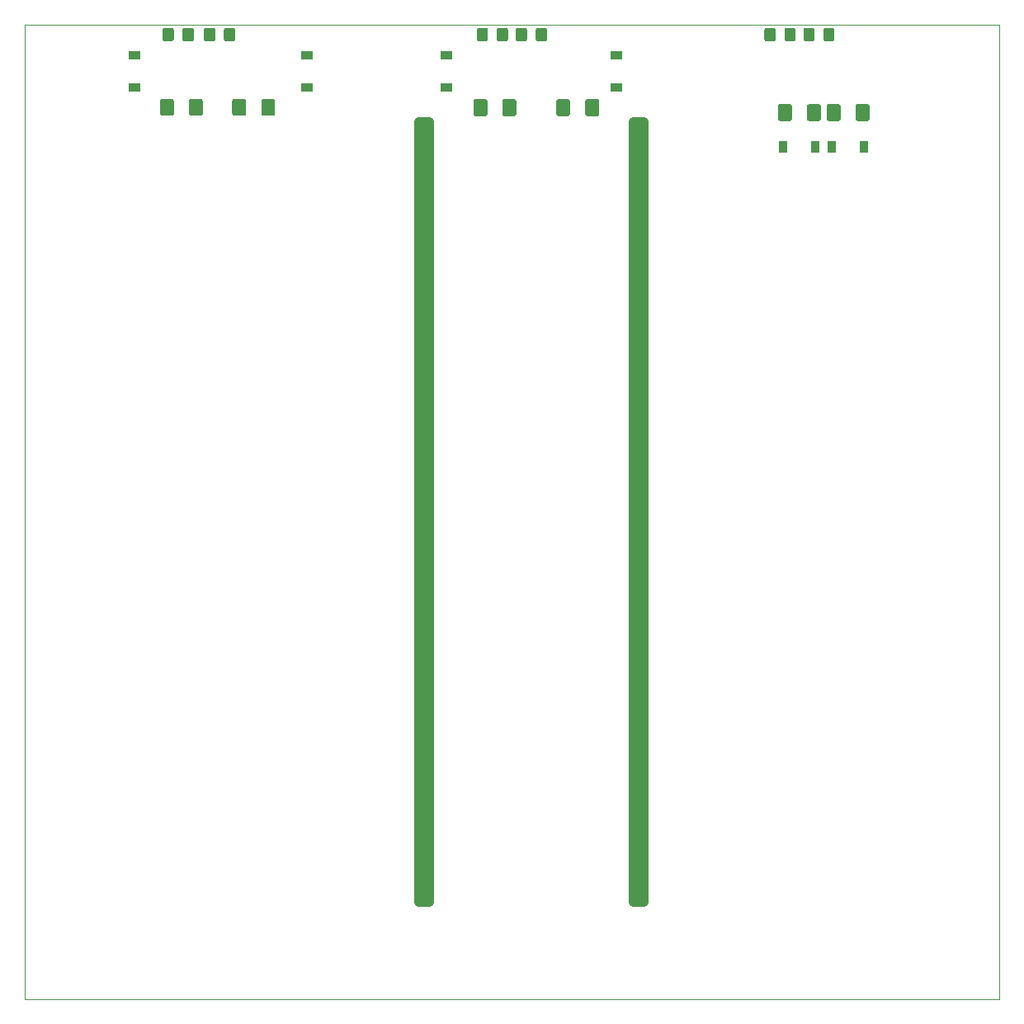
<source format=gbr>
%TF.GenerationSoftware,KiCad,Pcbnew,(5.1.5)-3*%
%TF.CreationDate,2020-03-23T00:00:11+01:00*%
%TF.ProjectId,KicadJE_Util_PCB,4b696361-644a-4455-9f55-74696c5f5043,rev?*%
%TF.SameCoordinates,Original*%
%TF.FileFunction,Paste,Top*%
%TF.FilePolarity,Positive*%
%FSLAX46Y46*%
G04 Gerber Fmt 4.6, Leading zero omitted, Abs format (unit mm)*
G04 Created by KiCad (PCBNEW (5.1.5)-3) date 2020-03-23 00:00:11*
%MOMM*%
%LPD*%
G04 APERTURE LIST*
%ADD10C,1.000000*%
%ADD11C,0.050000*%
%ADD12C,0.150000*%
%ADD13R,1.200000X0.900000*%
%ADD14R,0.900000X1.200000*%
G04 APERTURE END LIST*
D10*
X112500000Y-60000000D02*
X112500000Y-140000000D01*
X113500000Y-60000000D02*
X113500000Y-140000000D01*
X112500000Y-140000000D02*
X113500000Y-140000000D01*
X112500000Y-60000000D02*
X113500000Y-60000000D01*
X90500000Y-60000000D02*
X91500000Y-60000000D01*
X90500000Y-140000000D02*
X91500000Y-140000000D01*
X91500000Y-60000000D02*
X91500000Y-140000000D01*
X90500000Y-60000000D02*
X90500000Y-140000000D01*
D11*
X50000000Y-150000000D02*
X50000000Y-50000000D01*
X150000000Y-150000000D02*
X50000000Y-150000000D01*
X150000000Y-50000000D02*
X150000000Y-150000000D01*
X50000000Y-50000000D02*
X150000000Y-50000000D01*
D12*
G36*
X65084505Y-57601205D02*
G01*
X65108774Y-57604805D01*
X65132572Y-57610766D01*
X65155672Y-57619031D01*
X65177850Y-57629521D01*
X65198894Y-57642134D01*
X65218599Y-57656748D01*
X65236778Y-57673224D01*
X65253254Y-57691403D01*
X65267868Y-57711108D01*
X65280481Y-57732152D01*
X65290971Y-57754330D01*
X65299236Y-57777430D01*
X65305197Y-57801228D01*
X65308797Y-57825497D01*
X65310001Y-57850001D01*
X65310001Y-59100001D01*
X65308797Y-59124505D01*
X65305197Y-59148774D01*
X65299236Y-59172572D01*
X65290971Y-59195672D01*
X65280481Y-59217850D01*
X65267868Y-59238894D01*
X65253254Y-59258599D01*
X65236778Y-59276778D01*
X65218599Y-59293254D01*
X65198894Y-59307868D01*
X65177850Y-59320481D01*
X65155672Y-59330971D01*
X65132572Y-59339236D01*
X65108774Y-59345197D01*
X65084505Y-59348797D01*
X65060001Y-59350001D01*
X64135001Y-59350001D01*
X64110497Y-59348797D01*
X64086228Y-59345197D01*
X64062430Y-59339236D01*
X64039330Y-59330971D01*
X64017152Y-59320481D01*
X63996108Y-59307868D01*
X63976403Y-59293254D01*
X63958224Y-59276778D01*
X63941748Y-59258599D01*
X63927134Y-59238894D01*
X63914521Y-59217850D01*
X63904031Y-59195672D01*
X63895766Y-59172572D01*
X63889805Y-59148774D01*
X63886205Y-59124505D01*
X63885001Y-59100001D01*
X63885001Y-57850001D01*
X63886205Y-57825497D01*
X63889805Y-57801228D01*
X63895766Y-57777430D01*
X63904031Y-57754330D01*
X63914521Y-57732152D01*
X63927134Y-57711108D01*
X63941748Y-57691403D01*
X63958224Y-57673224D01*
X63976403Y-57656748D01*
X63996108Y-57642134D01*
X64017152Y-57629521D01*
X64039330Y-57619031D01*
X64062430Y-57610766D01*
X64086228Y-57604805D01*
X64110497Y-57601205D01*
X64135001Y-57600001D01*
X65060001Y-57600001D01*
X65084505Y-57601205D01*
G37*
G36*
X68059505Y-57601205D02*
G01*
X68083774Y-57604805D01*
X68107572Y-57610766D01*
X68130672Y-57619031D01*
X68152850Y-57629521D01*
X68173894Y-57642134D01*
X68193599Y-57656748D01*
X68211778Y-57673224D01*
X68228254Y-57691403D01*
X68242868Y-57711108D01*
X68255481Y-57732152D01*
X68265971Y-57754330D01*
X68274236Y-57777430D01*
X68280197Y-57801228D01*
X68283797Y-57825497D01*
X68285001Y-57850001D01*
X68285001Y-59100001D01*
X68283797Y-59124505D01*
X68280197Y-59148774D01*
X68274236Y-59172572D01*
X68265971Y-59195672D01*
X68255481Y-59217850D01*
X68242868Y-59238894D01*
X68228254Y-59258599D01*
X68211778Y-59276778D01*
X68193599Y-59293254D01*
X68173894Y-59307868D01*
X68152850Y-59320481D01*
X68130672Y-59330971D01*
X68107572Y-59339236D01*
X68083774Y-59345197D01*
X68059505Y-59348797D01*
X68035001Y-59350001D01*
X67110001Y-59350001D01*
X67085497Y-59348797D01*
X67061228Y-59345197D01*
X67037430Y-59339236D01*
X67014330Y-59330971D01*
X66992152Y-59320481D01*
X66971108Y-59307868D01*
X66951403Y-59293254D01*
X66933224Y-59276778D01*
X66916748Y-59258599D01*
X66902134Y-59238894D01*
X66889521Y-59217850D01*
X66879031Y-59195672D01*
X66870766Y-59172572D01*
X66864805Y-59148774D01*
X66861205Y-59124505D01*
X66860001Y-59100001D01*
X66860001Y-57850001D01*
X66861205Y-57825497D01*
X66864805Y-57801228D01*
X66870766Y-57777430D01*
X66879031Y-57754330D01*
X66889521Y-57732152D01*
X66902134Y-57711108D01*
X66916748Y-57691403D01*
X66933224Y-57673224D01*
X66951403Y-57656748D01*
X66971108Y-57642134D01*
X66992152Y-57629521D01*
X67014330Y-57619031D01*
X67037430Y-57610766D01*
X67061228Y-57604805D01*
X67085497Y-57601205D01*
X67110001Y-57600001D01*
X68035001Y-57600001D01*
X68059505Y-57601205D01*
G37*
G36*
X75474504Y-57601205D02*
G01*
X75498773Y-57604805D01*
X75522571Y-57610766D01*
X75545671Y-57619031D01*
X75567849Y-57629521D01*
X75588893Y-57642134D01*
X75608598Y-57656748D01*
X75626777Y-57673224D01*
X75643253Y-57691403D01*
X75657867Y-57711108D01*
X75670480Y-57732152D01*
X75680970Y-57754330D01*
X75689235Y-57777430D01*
X75695196Y-57801228D01*
X75698796Y-57825497D01*
X75700000Y-57850001D01*
X75700000Y-59100001D01*
X75698796Y-59124505D01*
X75695196Y-59148774D01*
X75689235Y-59172572D01*
X75680970Y-59195672D01*
X75670480Y-59217850D01*
X75657867Y-59238894D01*
X75643253Y-59258599D01*
X75626777Y-59276778D01*
X75608598Y-59293254D01*
X75588893Y-59307868D01*
X75567849Y-59320481D01*
X75545671Y-59330971D01*
X75522571Y-59339236D01*
X75498773Y-59345197D01*
X75474504Y-59348797D01*
X75450000Y-59350001D01*
X74525000Y-59350001D01*
X74500496Y-59348797D01*
X74476227Y-59345197D01*
X74452429Y-59339236D01*
X74429329Y-59330971D01*
X74407151Y-59320481D01*
X74386107Y-59307868D01*
X74366402Y-59293254D01*
X74348223Y-59276778D01*
X74331747Y-59258599D01*
X74317133Y-59238894D01*
X74304520Y-59217850D01*
X74294030Y-59195672D01*
X74285765Y-59172572D01*
X74279804Y-59148774D01*
X74276204Y-59124505D01*
X74275000Y-59100001D01*
X74275000Y-57850001D01*
X74276204Y-57825497D01*
X74279804Y-57801228D01*
X74285765Y-57777430D01*
X74294030Y-57754330D01*
X74304520Y-57732152D01*
X74317133Y-57711108D01*
X74331747Y-57691403D01*
X74348223Y-57673224D01*
X74366402Y-57656748D01*
X74386107Y-57642134D01*
X74407151Y-57629521D01*
X74429329Y-57619031D01*
X74452429Y-57610766D01*
X74476227Y-57604805D01*
X74500496Y-57601205D01*
X74525000Y-57600001D01*
X75450000Y-57600001D01*
X75474504Y-57601205D01*
G37*
G36*
X72499504Y-57601205D02*
G01*
X72523773Y-57604805D01*
X72547571Y-57610766D01*
X72570671Y-57619031D01*
X72592849Y-57629521D01*
X72613893Y-57642134D01*
X72633598Y-57656748D01*
X72651777Y-57673224D01*
X72668253Y-57691403D01*
X72682867Y-57711108D01*
X72695480Y-57732152D01*
X72705970Y-57754330D01*
X72714235Y-57777430D01*
X72720196Y-57801228D01*
X72723796Y-57825497D01*
X72725000Y-57850001D01*
X72725000Y-59100001D01*
X72723796Y-59124505D01*
X72720196Y-59148774D01*
X72714235Y-59172572D01*
X72705970Y-59195672D01*
X72695480Y-59217850D01*
X72682867Y-59238894D01*
X72668253Y-59258599D01*
X72651777Y-59276778D01*
X72633598Y-59293254D01*
X72613893Y-59307868D01*
X72592849Y-59320481D01*
X72570671Y-59330971D01*
X72547571Y-59339236D01*
X72523773Y-59345197D01*
X72499504Y-59348797D01*
X72475000Y-59350001D01*
X71550000Y-59350001D01*
X71525496Y-59348797D01*
X71501227Y-59345197D01*
X71477429Y-59339236D01*
X71454329Y-59330971D01*
X71432151Y-59320481D01*
X71411107Y-59307868D01*
X71391402Y-59293254D01*
X71373223Y-59276778D01*
X71356747Y-59258599D01*
X71342133Y-59238894D01*
X71329520Y-59217850D01*
X71319030Y-59195672D01*
X71310765Y-59172572D01*
X71304804Y-59148774D01*
X71301204Y-59124505D01*
X71300000Y-59100001D01*
X71300000Y-57850001D01*
X71301204Y-57825497D01*
X71304804Y-57801228D01*
X71310765Y-57777430D01*
X71319030Y-57754330D01*
X71329520Y-57732152D01*
X71342133Y-57711108D01*
X71356747Y-57691403D01*
X71373223Y-57673224D01*
X71391402Y-57656748D01*
X71411107Y-57642134D01*
X71432151Y-57629521D01*
X71454329Y-57619031D01*
X71477429Y-57610766D01*
X71501227Y-57604805D01*
X71525496Y-57601205D01*
X71550000Y-57600001D01*
X72475000Y-57600001D01*
X72499504Y-57601205D01*
G37*
G36*
X128499504Y-58126204D02*
G01*
X128523773Y-58129804D01*
X128547571Y-58135765D01*
X128570671Y-58144030D01*
X128592849Y-58154520D01*
X128613893Y-58167133D01*
X128633598Y-58181747D01*
X128651777Y-58198223D01*
X128668253Y-58216402D01*
X128682867Y-58236107D01*
X128695480Y-58257151D01*
X128705970Y-58279329D01*
X128714235Y-58302429D01*
X128720196Y-58326227D01*
X128723796Y-58350496D01*
X128725000Y-58375000D01*
X128725000Y-59625000D01*
X128723796Y-59649504D01*
X128720196Y-59673773D01*
X128714235Y-59697571D01*
X128705970Y-59720671D01*
X128695480Y-59742849D01*
X128682867Y-59763893D01*
X128668253Y-59783598D01*
X128651777Y-59801777D01*
X128633598Y-59818253D01*
X128613893Y-59832867D01*
X128592849Y-59845480D01*
X128570671Y-59855970D01*
X128547571Y-59864235D01*
X128523773Y-59870196D01*
X128499504Y-59873796D01*
X128475000Y-59875000D01*
X127550000Y-59875000D01*
X127525496Y-59873796D01*
X127501227Y-59870196D01*
X127477429Y-59864235D01*
X127454329Y-59855970D01*
X127432151Y-59845480D01*
X127411107Y-59832867D01*
X127391402Y-59818253D01*
X127373223Y-59801777D01*
X127356747Y-59783598D01*
X127342133Y-59763893D01*
X127329520Y-59742849D01*
X127319030Y-59720671D01*
X127310765Y-59697571D01*
X127304804Y-59673773D01*
X127301204Y-59649504D01*
X127300000Y-59625000D01*
X127300000Y-58375000D01*
X127301204Y-58350496D01*
X127304804Y-58326227D01*
X127310765Y-58302429D01*
X127319030Y-58279329D01*
X127329520Y-58257151D01*
X127342133Y-58236107D01*
X127356747Y-58216402D01*
X127373223Y-58198223D01*
X127391402Y-58181747D01*
X127411107Y-58167133D01*
X127432151Y-58154520D01*
X127454329Y-58144030D01*
X127477429Y-58135765D01*
X127501227Y-58129804D01*
X127525496Y-58126204D01*
X127550000Y-58125000D01*
X128475000Y-58125000D01*
X128499504Y-58126204D01*
G37*
G36*
X131474504Y-58126204D02*
G01*
X131498773Y-58129804D01*
X131522571Y-58135765D01*
X131545671Y-58144030D01*
X131567849Y-58154520D01*
X131588893Y-58167133D01*
X131608598Y-58181747D01*
X131626777Y-58198223D01*
X131643253Y-58216402D01*
X131657867Y-58236107D01*
X131670480Y-58257151D01*
X131680970Y-58279329D01*
X131689235Y-58302429D01*
X131695196Y-58326227D01*
X131698796Y-58350496D01*
X131700000Y-58375000D01*
X131700000Y-59625000D01*
X131698796Y-59649504D01*
X131695196Y-59673773D01*
X131689235Y-59697571D01*
X131680970Y-59720671D01*
X131670480Y-59742849D01*
X131657867Y-59763893D01*
X131643253Y-59783598D01*
X131626777Y-59801777D01*
X131608598Y-59818253D01*
X131588893Y-59832867D01*
X131567849Y-59845480D01*
X131545671Y-59855970D01*
X131522571Y-59864235D01*
X131498773Y-59870196D01*
X131474504Y-59873796D01*
X131450000Y-59875000D01*
X130525000Y-59875000D01*
X130500496Y-59873796D01*
X130476227Y-59870196D01*
X130452429Y-59864235D01*
X130429329Y-59855970D01*
X130407151Y-59845480D01*
X130386107Y-59832867D01*
X130366402Y-59818253D01*
X130348223Y-59801777D01*
X130331747Y-59783598D01*
X130317133Y-59763893D01*
X130304520Y-59742849D01*
X130294030Y-59720671D01*
X130285765Y-59697571D01*
X130279804Y-59673773D01*
X130276204Y-59649504D01*
X130275000Y-59625000D01*
X130275000Y-58375000D01*
X130276204Y-58350496D01*
X130279804Y-58326227D01*
X130285765Y-58302429D01*
X130294030Y-58279329D01*
X130304520Y-58257151D01*
X130317133Y-58236107D01*
X130331747Y-58216402D01*
X130348223Y-58198223D01*
X130366402Y-58181747D01*
X130386107Y-58167133D01*
X130407151Y-58154520D01*
X130429329Y-58144030D01*
X130452429Y-58135765D01*
X130476227Y-58129804D01*
X130500496Y-58126204D01*
X130525000Y-58125000D01*
X131450000Y-58125000D01*
X131474504Y-58126204D01*
G37*
G36*
X136462004Y-58126204D02*
G01*
X136486273Y-58129804D01*
X136510071Y-58135765D01*
X136533171Y-58144030D01*
X136555349Y-58154520D01*
X136576393Y-58167133D01*
X136596098Y-58181747D01*
X136614277Y-58198223D01*
X136630753Y-58216402D01*
X136645367Y-58236107D01*
X136657980Y-58257151D01*
X136668470Y-58279329D01*
X136676735Y-58302429D01*
X136682696Y-58326227D01*
X136686296Y-58350496D01*
X136687500Y-58375000D01*
X136687500Y-59625000D01*
X136686296Y-59649504D01*
X136682696Y-59673773D01*
X136676735Y-59697571D01*
X136668470Y-59720671D01*
X136657980Y-59742849D01*
X136645367Y-59763893D01*
X136630753Y-59783598D01*
X136614277Y-59801777D01*
X136596098Y-59818253D01*
X136576393Y-59832867D01*
X136555349Y-59845480D01*
X136533171Y-59855970D01*
X136510071Y-59864235D01*
X136486273Y-59870196D01*
X136462004Y-59873796D01*
X136437500Y-59875000D01*
X135512500Y-59875000D01*
X135487996Y-59873796D01*
X135463727Y-59870196D01*
X135439929Y-59864235D01*
X135416829Y-59855970D01*
X135394651Y-59845480D01*
X135373607Y-59832867D01*
X135353902Y-59818253D01*
X135335723Y-59801777D01*
X135319247Y-59783598D01*
X135304633Y-59763893D01*
X135292020Y-59742849D01*
X135281530Y-59720671D01*
X135273265Y-59697571D01*
X135267304Y-59673773D01*
X135263704Y-59649504D01*
X135262500Y-59625000D01*
X135262500Y-58375000D01*
X135263704Y-58350496D01*
X135267304Y-58326227D01*
X135273265Y-58302429D01*
X135281530Y-58279329D01*
X135292020Y-58257151D01*
X135304633Y-58236107D01*
X135319247Y-58216402D01*
X135335723Y-58198223D01*
X135353902Y-58181747D01*
X135373607Y-58167133D01*
X135394651Y-58154520D01*
X135416829Y-58144030D01*
X135439929Y-58135765D01*
X135463727Y-58129804D01*
X135487996Y-58126204D01*
X135512500Y-58125000D01*
X136437500Y-58125000D01*
X136462004Y-58126204D01*
G37*
G36*
X133487004Y-58126204D02*
G01*
X133511273Y-58129804D01*
X133535071Y-58135765D01*
X133558171Y-58144030D01*
X133580349Y-58154520D01*
X133601393Y-58167133D01*
X133621098Y-58181747D01*
X133639277Y-58198223D01*
X133655753Y-58216402D01*
X133670367Y-58236107D01*
X133682980Y-58257151D01*
X133693470Y-58279329D01*
X133701735Y-58302429D01*
X133707696Y-58326227D01*
X133711296Y-58350496D01*
X133712500Y-58375000D01*
X133712500Y-59625000D01*
X133711296Y-59649504D01*
X133707696Y-59673773D01*
X133701735Y-59697571D01*
X133693470Y-59720671D01*
X133682980Y-59742849D01*
X133670367Y-59763893D01*
X133655753Y-59783598D01*
X133639277Y-59801777D01*
X133621098Y-59818253D01*
X133601393Y-59832867D01*
X133580349Y-59845480D01*
X133558171Y-59855970D01*
X133535071Y-59864235D01*
X133511273Y-59870196D01*
X133487004Y-59873796D01*
X133462500Y-59875000D01*
X132537500Y-59875000D01*
X132512996Y-59873796D01*
X132488727Y-59870196D01*
X132464929Y-59864235D01*
X132441829Y-59855970D01*
X132419651Y-59845480D01*
X132398607Y-59832867D01*
X132378902Y-59818253D01*
X132360723Y-59801777D01*
X132344247Y-59783598D01*
X132329633Y-59763893D01*
X132317020Y-59742849D01*
X132306530Y-59720671D01*
X132298265Y-59697571D01*
X132292304Y-59673773D01*
X132288704Y-59649504D01*
X132287500Y-59625000D01*
X132287500Y-58375000D01*
X132288704Y-58350496D01*
X132292304Y-58326227D01*
X132298265Y-58302429D01*
X132306530Y-58279329D01*
X132317020Y-58257151D01*
X132329633Y-58236107D01*
X132344247Y-58216402D01*
X132360723Y-58198223D01*
X132378902Y-58181747D01*
X132398607Y-58167133D01*
X132419651Y-58154520D01*
X132441829Y-58144030D01*
X132464929Y-58135765D01*
X132488727Y-58129804D01*
X132512996Y-58126204D01*
X132537500Y-58125000D01*
X133462500Y-58125000D01*
X133487004Y-58126204D01*
G37*
G36*
X100224504Y-57626204D02*
G01*
X100248773Y-57629804D01*
X100272571Y-57635765D01*
X100295671Y-57644030D01*
X100317849Y-57654520D01*
X100338893Y-57667133D01*
X100358598Y-57681747D01*
X100376777Y-57698223D01*
X100393253Y-57716402D01*
X100407867Y-57736107D01*
X100420480Y-57757151D01*
X100430970Y-57779329D01*
X100439235Y-57802429D01*
X100445196Y-57826227D01*
X100448796Y-57850496D01*
X100450000Y-57875000D01*
X100450000Y-59125000D01*
X100448796Y-59149504D01*
X100445196Y-59173773D01*
X100439235Y-59197571D01*
X100430970Y-59220671D01*
X100420480Y-59242849D01*
X100407867Y-59263893D01*
X100393253Y-59283598D01*
X100376777Y-59301777D01*
X100358598Y-59318253D01*
X100338893Y-59332867D01*
X100317849Y-59345480D01*
X100295671Y-59355970D01*
X100272571Y-59364235D01*
X100248773Y-59370196D01*
X100224504Y-59373796D01*
X100200000Y-59375000D01*
X99275000Y-59375000D01*
X99250496Y-59373796D01*
X99226227Y-59370196D01*
X99202429Y-59364235D01*
X99179329Y-59355970D01*
X99157151Y-59345480D01*
X99136107Y-59332867D01*
X99116402Y-59318253D01*
X99098223Y-59301777D01*
X99081747Y-59283598D01*
X99067133Y-59263893D01*
X99054520Y-59242849D01*
X99044030Y-59220671D01*
X99035765Y-59197571D01*
X99029804Y-59173773D01*
X99026204Y-59149504D01*
X99025000Y-59125000D01*
X99025000Y-57875000D01*
X99026204Y-57850496D01*
X99029804Y-57826227D01*
X99035765Y-57802429D01*
X99044030Y-57779329D01*
X99054520Y-57757151D01*
X99067133Y-57736107D01*
X99081747Y-57716402D01*
X99098223Y-57698223D01*
X99116402Y-57681747D01*
X99136107Y-57667133D01*
X99157151Y-57654520D01*
X99179329Y-57644030D01*
X99202429Y-57635765D01*
X99226227Y-57629804D01*
X99250496Y-57626204D01*
X99275000Y-57625000D01*
X100200000Y-57625000D01*
X100224504Y-57626204D01*
G37*
G36*
X97249504Y-57626204D02*
G01*
X97273773Y-57629804D01*
X97297571Y-57635765D01*
X97320671Y-57644030D01*
X97342849Y-57654520D01*
X97363893Y-57667133D01*
X97383598Y-57681747D01*
X97401777Y-57698223D01*
X97418253Y-57716402D01*
X97432867Y-57736107D01*
X97445480Y-57757151D01*
X97455970Y-57779329D01*
X97464235Y-57802429D01*
X97470196Y-57826227D01*
X97473796Y-57850496D01*
X97475000Y-57875000D01*
X97475000Y-59125000D01*
X97473796Y-59149504D01*
X97470196Y-59173773D01*
X97464235Y-59197571D01*
X97455970Y-59220671D01*
X97445480Y-59242849D01*
X97432867Y-59263893D01*
X97418253Y-59283598D01*
X97401777Y-59301777D01*
X97383598Y-59318253D01*
X97363893Y-59332867D01*
X97342849Y-59345480D01*
X97320671Y-59355970D01*
X97297571Y-59364235D01*
X97273773Y-59370196D01*
X97249504Y-59373796D01*
X97225000Y-59375000D01*
X96300000Y-59375000D01*
X96275496Y-59373796D01*
X96251227Y-59370196D01*
X96227429Y-59364235D01*
X96204329Y-59355970D01*
X96182151Y-59345480D01*
X96161107Y-59332867D01*
X96141402Y-59318253D01*
X96123223Y-59301777D01*
X96106747Y-59283598D01*
X96092133Y-59263893D01*
X96079520Y-59242849D01*
X96069030Y-59220671D01*
X96060765Y-59197571D01*
X96054804Y-59173773D01*
X96051204Y-59149504D01*
X96050000Y-59125000D01*
X96050000Y-57875000D01*
X96051204Y-57850496D01*
X96054804Y-57826227D01*
X96060765Y-57802429D01*
X96069030Y-57779329D01*
X96079520Y-57757151D01*
X96092133Y-57736107D01*
X96106747Y-57716402D01*
X96123223Y-57698223D01*
X96141402Y-57681747D01*
X96161107Y-57667133D01*
X96182151Y-57654520D01*
X96204329Y-57644030D01*
X96227429Y-57635765D01*
X96251227Y-57629804D01*
X96275496Y-57626204D01*
X96300000Y-57625000D01*
X97225000Y-57625000D01*
X97249504Y-57626204D01*
G37*
G36*
X105749504Y-57626204D02*
G01*
X105773773Y-57629804D01*
X105797571Y-57635765D01*
X105820671Y-57644030D01*
X105842849Y-57654520D01*
X105863893Y-57667133D01*
X105883598Y-57681747D01*
X105901777Y-57698223D01*
X105918253Y-57716402D01*
X105932867Y-57736107D01*
X105945480Y-57757151D01*
X105955970Y-57779329D01*
X105964235Y-57802429D01*
X105970196Y-57826227D01*
X105973796Y-57850496D01*
X105975000Y-57875000D01*
X105975000Y-59125000D01*
X105973796Y-59149504D01*
X105970196Y-59173773D01*
X105964235Y-59197571D01*
X105955970Y-59220671D01*
X105945480Y-59242849D01*
X105932867Y-59263893D01*
X105918253Y-59283598D01*
X105901777Y-59301777D01*
X105883598Y-59318253D01*
X105863893Y-59332867D01*
X105842849Y-59345480D01*
X105820671Y-59355970D01*
X105797571Y-59364235D01*
X105773773Y-59370196D01*
X105749504Y-59373796D01*
X105725000Y-59375000D01*
X104800000Y-59375000D01*
X104775496Y-59373796D01*
X104751227Y-59370196D01*
X104727429Y-59364235D01*
X104704329Y-59355970D01*
X104682151Y-59345480D01*
X104661107Y-59332867D01*
X104641402Y-59318253D01*
X104623223Y-59301777D01*
X104606747Y-59283598D01*
X104592133Y-59263893D01*
X104579520Y-59242849D01*
X104569030Y-59220671D01*
X104560765Y-59197571D01*
X104554804Y-59173773D01*
X104551204Y-59149504D01*
X104550000Y-59125000D01*
X104550000Y-57875000D01*
X104551204Y-57850496D01*
X104554804Y-57826227D01*
X104560765Y-57802429D01*
X104569030Y-57779329D01*
X104579520Y-57757151D01*
X104592133Y-57736107D01*
X104606747Y-57716402D01*
X104623223Y-57698223D01*
X104641402Y-57681747D01*
X104661107Y-57667133D01*
X104682151Y-57654520D01*
X104704329Y-57644030D01*
X104727429Y-57635765D01*
X104751227Y-57629804D01*
X104775496Y-57626204D01*
X104800000Y-57625000D01*
X105725000Y-57625000D01*
X105749504Y-57626204D01*
G37*
G36*
X108724504Y-57626204D02*
G01*
X108748773Y-57629804D01*
X108772571Y-57635765D01*
X108795671Y-57644030D01*
X108817849Y-57654520D01*
X108838893Y-57667133D01*
X108858598Y-57681747D01*
X108876777Y-57698223D01*
X108893253Y-57716402D01*
X108907867Y-57736107D01*
X108920480Y-57757151D01*
X108930970Y-57779329D01*
X108939235Y-57802429D01*
X108945196Y-57826227D01*
X108948796Y-57850496D01*
X108950000Y-57875000D01*
X108950000Y-59125000D01*
X108948796Y-59149504D01*
X108945196Y-59173773D01*
X108939235Y-59197571D01*
X108930970Y-59220671D01*
X108920480Y-59242849D01*
X108907867Y-59263893D01*
X108893253Y-59283598D01*
X108876777Y-59301777D01*
X108858598Y-59318253D01*
X108838893Y-59332867D01*
X108817849Y-59345480D01*
X108795671Y-59355970D01*
X108772571Y-59364235D01*
X108748773Y-59370196D01*
X108724504Y-59373796D01*
X108700000Y-59375000D01*
X107775000Y-59375000D01*
X107750496Y-59373796D01*
X107726227Y-59370196D01*
X107702429Y-59364235D01*
X107679329Y-59355970D01*
X107657151Y-59345480D01*
X107636107Y-59332867D01*
X107616402Y-59318253D01*
X107598223Y-59301777D01*
X107581747Y-59283598D01*
X107567133Y-59263893D01*
X107554520Y-59242849D01*
X107544030Y-59220671D01*
X107535765Y-59197571D01*
X107529804Y-59173773D01*
X107526204Y-59149504D01*
X107525000Y-59125000D01*
X107525000Y-57875000D01*
X107526204Y-57850496D01*
X107529804Y-57826227D01*
X107535765Y-57802429D01*
X107544030Y-57779329D01*
X107554520Y-57757151D01*
X107567133Y-57736107D01*
X107581747Y-57716402D01*
X107598223Y-57698223D01*
X107616402Y-57681747D01*
X107636107Y-57667133D01*
X107657151Y-57654520D01*
X107679329Y-57644030D01*
X107702429Y-57635765D01*
X107726227Y-57629804D01*
X107750496Y-57626204D01*
X107775000Y-57625000D01*
X108700000Y-57625000D01*
X108724504Y-57626204D01*
G37*
D13*
X61250000Y-53100000D03*
X61250000Y-56400000D03*
X79000000Y-56400000D03*
X79000000Y-53100000D03*
D12*
G36*
X71374505Y-50301204D02*
G01*
X71398773Y-50304804D01*
X71422572Y-50310765D01*
X71445671Y-50319030D01*
X71467850Y-50329520D01*
X71488893Y-50342132D01*
X71508599Y-50356747D01*
X71526777Y-50373223D01*
X71543253Y-50391401D01*
X71557868Y-50411107D01*
X71570480Y-50432150D01*
X71580970Y-50454329D01*
X71589235Y-50477428D01*
X71595196Y-50501227D01*
X71598796Y-50525495D01*
X71600000Y-50549999D01*
X71600000Y-51450001D01*
X71598796Y-51474505D01*
X71595196Y-51498773D01*
X71589235Y-51522572D01*
X71580970Y-51545671D01*
X71570480Y-51567850D01*
X71557868Y-51588893D01*
X71543253Y-51608599D01*
X71526777Y-51626777D01*
X71508599Y-51643253D01*
X71488893Y-51657868D01*
X71467850Y-51670480D01*
X71445671Y-51680970D01*
X71422572Y-51689235D01*
X71398773Y-51695196D01*
X71374505Y-51698796D01*
X71350001Y-51700000D01*
X70699999Y-51700000D01*
X70675495Y-51698796D01*
X70651227Y-51695196D01*
X70627428Y-51689235D01*
X70604329Y-51680970D01*
X70582150Y-51670480D01*
X70561107Y-51657868D01*
X70541401Y-51643253D01*
X70523223Y-51626777D01*
X70506747Y-51608599D01*
X70492132Y-51588893D01*
X70479520Y-51567850D01*
X70469030Y-51545671D01*
X70460765Y-51522572D01*
X70454804Y-51498773D01*
X70451204Y-51474505D01*
X70450000Y-51450001D01*
X70450000Y-50549999D01*
X70451204Y-50525495D01*
X70454804Y-50501227D01*
X70460765Y-50477428D01*
X70469030Y-50454329D01*
X70479520Y-50432150D01*
X70492132Y-50411107D01*
X70506747Y-50391401D01*
X70523223Y-50373223D01*
X70541401Y-50356747D01*
X70561107Y-50342132D01*
X70582150Y-50329520D01*
X70604329Y-50319030D01*
X70627428Y-50310765D01*
X70651227Y-50304804D01*
X70675495Y-50301204D01*
X70699999Y-50300000D01*
X71350001Y-50300000D01*
X71374505Y-50301204D01*
G37*
G36*
X69324505Y-50301204D02*
G01*
X69348773Y-50304804D01*
X69372572Y-50310765D01*
X69395671Y-50319030D01*
X69417850Y-50329520D01*
X69438893Y-50342132D01*
X69458599Y-50356747D01*
X69476777Y-50373223D01*
X69493253Y-50391401D01*
X69507868Y-50411107D01*
X69520480Y-50432150D01*
X69530970Y-50454329D01*
X69539235Y-50477428D01*
X69545196Y-50501227D01*
X69548796Y-50525495D01*
X69550000Y-50549999D01*
X69550000Y-51450001D01*
X69548796Y-51474505D01*
X69545196Y-51498773D01*
X69539235Y-51522572D01*
X69530970Y-51545671D01*
X69520480Y-51567850D01*
X69507868Y-51588893D01*
X69493253Y-51608599D01*
X69476777Y-51626777D01*
X69458599Y-51643253D01*
X69438893Y-51657868D01*
X69417850Y-51670480D01*
X69395671Y-51680970D01*
X69372572Y-51689235D01*
X69348773Y-51695196D01*
X69324505Y-51698796D01*
X69300001Y-51700000D01*
X68649999Y-51700000D01*
X68625495Y-51698796D01*
X68601227Y-51695196D01*
X68577428Y-51689235D01*
X68554329Y-51680970D01*
X68532150Y-51670480D01*
X68511107Y-51657868D01*
X68491401Y-51643253D01*
X68473223Y-51626777D01*
X68456747Y-51608599D01*
X68442132Y-51588893D01*
X68429520Y-51567850D01*
X68419030Y-51545671D01*
X68410765Y-51522572D01*
X68404804Y-51498773D01*
X68401204Y-51474505D01*
X68400000Y-51450001D01*
X68400000Y-50549999D01*
X68401204Y-50525495D01*
X68404804Y-50501227D01*
X68410765Y-50477428D01*
X68419030Y-50454329D01*
X68429520Y-50432150D01*
X68442132Y-50411107D01*
X68456747Y-50391401D01*
X68473223Y-50373223D01*
X68491401Y-50356747D01*
X68511107Y-50342132D01*
X68532150Y-50329520D01*
X68554329Y-50319030D01*
X68577428Y-50310765D01*
X68601227Y-50304804D01*
X68625495Y-50301204D01*
X68649999Y-50300000D01*
X69300001Y-50300000D01*
X69324505Y-50301204D01*
G37*
D14*
X131150000Y-62500000D03*
X127850000Y-62500000D03*
X132850000Y-62500000D03*
X136150000Y-62500000D03*
D12*
G36*
X132874505Y-50301204D02*
G01*
X132898773Y-50304804D01*
X132922572Y-50310765D01*
X132945671Y-50319030D01*
X132967850Y-50329520D01*
X132988893Y-50342132D01*
X133008599Y-50356747D01*
X133026777Y-50373223D01*
X133043253Y-50391401D01*
X133057868Y-50411107D01*
X133070480Y-50432150D01*
X133080970Y-50454329D01*
X133089235Y-50477428D01*
X133095196Y-50501227D01*
X133098796Y-50525495D01*
X133100000Y-50549999D01*
X133100000Y-51450001D01*
X133098796Y-51474505D01*
X133095196Y-51498773D01*
X133089235Y-51522572D01*
X133080970Y-51545671D01*
X133070480Y-51567850D01*
X133057868Y-51588893D01*
X133043253Y-51608599D01*
X133026777Y-51626777D01*
X133008599Y-51643253D01*
X132988893Y-51657868D01*
X132967850Y-51670480D01*
X132945671Y-51680970D01*
X132922572Y-51689235D01*
X132898773Y-51695196D01*
X132874505Y-51698796D01*
X132850001Y-51700000D01*
X132199999Y-51700000D01*
X132175495Y-51698796D01*
X132151227Y-51695196D01*
X132127428Y-51689235D01*
X132104329Y-51680970D01*
X132082150Y-51670480D01*
X132061107Y-51657868D01*
X132041401Y-51643253D01*
X132023223Y-51626777D01*
X132006747Y-51608599D01*
X131992132Y-51588893D01*
X131979520Y-51567850D01*
X131969030Y-51545671D01*
X131960765Y-51522572D01*
X131954804Y-51498773D01*
X131951204Y-51474505D01*
X131950000Y-51450001D01*
X131950000Y-50549999D01*
X131951204Y-50525495D01*
X131954804Y-50501227D01*
X131960765Y-50477428D01*
X131969030Y-50454329D01*
X131979520Y-50432150D01*
X131992132Y-50411107D01*
X132006747Y-50391401D01*
X132023223Y-50373223D01*
X132041401Y-50356747D01*
X132061107Y-50342132D01*
X132082150Y-50329520D01*
X132104329Y-50319030D01*
X132127428Y-50310765D01*
X132151227Y-50304804D01*
X132175495Y-50301204D01*
X132199999Y-50300000D01*
X132850001Y-50300000D01*
X132874505Y-50301204D01*
G37*
G36*
X130824505Y-50301204D02*
G01*
X130848773Y-50304804D01*
X130872572Y-50310765D01*
X130895671Y-50319030D01*
X130917850Y-50329520D01*
X130938893Y-50342132D01*
X130958599Y-50356747D01*
X130976777Y-50373223D01*
X130993253Y-50391401D01*
X131007868Y-50411107D01*
X131020480Y-50432150D01*
X131030970Y-50454329D01*
X131039235Y-50477428D01*
X131045196Y-50501227D01*
X131048796Y-50525495D01*
X131050000Y-50549999D01*
X131050000Y-51450001D01*
X131048796Y-51474505D01*
X131045196Y-51498773D01*
X131039235Y-51522572D01*
X131030970Y-51545671D01*
X131020480Y-51567850D01*
X131007868Y-51588893D01*
X130993253Y-51608599D01*
X130976777Y-51626777D01*
X130958599Y-51643253D01*
X130938893Y-51657868D01*
X130917850Y-51670480D01*
X130895671Y-51680970D01*
X130872572Y-51689235D01*
X130848773Y-51695196D01*
X130824505Y-51698796D01*
X130800001Y-51700000D01*
X130149999Y-51700000D01*
X130125495Y-51698796D01*
X130101227Y-51695196D01*
X130077428Y-51689235D01*
X130054329Y-51680970D01*
X130032150Y-51670480D01*
X130011107Y-51657868D01*
X129991401Y-51643253D01*
X129973223Y-51626777D01*
X129956747Y-51608599D01*
X129942132Y-51588893D01*
X129929520Y-51567850D01*
X129919030Y-51545671D01*
X129910765Y-51522572D01*
X129904804Y-51498773D01*
X129901204Y-51474505D01*
X129900000Y-51450001D01*
X129900000Y-50549999D01*
X129901204Y-50525495D01*
X129904804Y-50501227D01*
X129910765Y-50477428D01*
X129919030Y-50454329D01*
X129929520Y-50432150D01*
X129942132Y-50411107D01*
X129956747Y-50391401D01*
X129973223Y-50373223D01*
X129991401Y-50356747D01*
X130011107Y-50342132D01*
X130032150Y-50329520D01*
X130054329Y-50319030D01*
X130077428Y-50310765D01*
X130101227Y-50304804D01*
X130125495Y-50301204D01*
X130149999Y-50300000D01*
X130800001Y-50300000D01*
X130824505Y-50301204D01*
G37*
D13*
X93250000Y-53100000D03*
X93250000Y-56400000D03*
X110750000Y-53100000D03*
X110750000Y-56400000D03*
D12*
G36*
X101324505Y-50301204D02*
G01*
X101348773Y-50304804D01*
X101372572Y-50310765D01*
X101395671Y-50319030D01*
X101417850Y-50329520D01*
X101438893Y-50342132D01*
X101458599Y-50356747D01*
X101476777Y-50373223D01*
X101493253Y-50391401D01*
X101507868Y-50411107D01*
X101520480Y-50432150D01*
X101530970Y-50454329D01*
X101539235Y-50477428D01*
X101545196Y-50501227D01*
X101548796Y-50525495D01*
X101550000Y-50549999D01*
X101550000Y-51450001D01*
X101548796Y-51474505D01*
X101545196Y-51498773D01*
X101539235Y-51522572D01*
X101530970Y-51545671D01*
X101520480Y-51567850D01*
X101507868Y-51588893D01*
X101493253Y-51608599D01*
X101476777Y-51626777D01*
X101458599Y-51643253D01*
X101438893Y-51657868D01*
X101417850Y-51670480D01*
X101395671Y-51680970D01*
X101372572Y-51689235D01*
X101348773Y-51695196D01*
X101324505Y-51698796D01*
X101300001Y-51700000D01*
X100649999Y-51700000D01*
X100625495Y-51698796D01*
X100601227Y-51695196D01*
X100577428Y-51689235D01*
X100554329Y-51680970D01*
X100532150Y-51670480D01*
X100511107Y-51657868D01*
X100491401Y-51643253D01*
X100473223Y-51626777D01*
X100456747Y-51608599D01*
X100442132Y-51588893D01*
X100429520Y-51567850D01*
X100419030Y-51545671D01*
X100410765Y-51522572D01*
X100404804Y-51498773D01*
X100401204Y-51474505D01*
X100400000Y-51450001D01*
X100400000Y-50549999D01*
X100401204Y-50525495D01*
X100404804Y-50501227D01*
X100410765Y-50477428D01*
X100419030Y-50454329D01*
X100429520Y-50432150D01*
X100442132Y-50411107D01*
X100456747Y-50391401D01*
X100473223Y-50373223D01*
X100491401Y-50356747D01*
X100511107Y-50342132D01*
X100532150Y-50329520D01*
X100554329Y-50319030D01*
X100577428Y-50310765D01*
X100601227Y-50304804D01*
X100625495Y-50301204D01*
X100649999Y-50300000D01*
X101300001Y-50300000D01*
X101324505Y-50301204D01*
G37*
G36*
X103374505Y-50301204D02*
G01*
X103398773Y-50304804D01*
X103422572Y-50310765D01*
X103445671Y-50319030D01*
X103467850Y-50329520D01*
X103488893Y-50342132D01*
X103508599Y-50356747D01*
X103526777Y-50373223D01*
X103543253Y-50391401D01*
X103557868Y-50411107D01*
X103570480Y-50432150D01*
X103580970Y-50454329D01*
X103589235Y-50477428D01*
X103595196Y-50501227D01*
X103598796Y-50525495D01*
X103600000Y-50549999D01*
X103600000Y-51450001D01*
X103598796Y-51474505D01*
X103595196Y-51498773D01*
X103589235Y-51522572D01*
X103580970Y-51545671D01*
X103570480Y-51567850D01*
X103557868Y-51588893D01*
X103543253Y-51608599D01*
X103526777Y-51626777D01*
X103508599Y-51643253D01*
X103488893Y-51657868D01*
X103467850Y-51670480D01*
X103445671Y-51680970D01*
X103422572Y-51689235D01*
X103398773Y-51695196D01*
X103374505Y-51698796D01*
X103350001Y-51700000D01*
X102699999Y-51700000D01*
X102675495Y-51698796D01*
X102651227Y-51695196D01*
X102627428Y-51689235D01*
X102604329Y-51680970D01*
X102582150Y-51670480D01*
X102561107Y-51657868D01*
X102541401Y-51643253D01*
X102523223Y-51626777D01*
X102506747Y-51608599D01*
X102492132Y-51588893D01*
X102479520Y-51567850D01*
X102469030Y-51545671D01*
X102460765Y-51522572D01*
X102454804Y-51498773D01*
X102451204Y-51474505D01*
X102450000Y-51450001D01*
X102450000Y-50549999D01*
X102451204Y-50525495D01*
X102454804Y-50501227D01*
X102460765Y-50477428D01*
X102469030Y-50454329D01*
X102479520Y-50432150D01*
X102492132Y-50411107D01*
X102506747Y-50391401D01*
X102523223Y-50373223D01*
X102541401Y-50356747D01*
X102561107Y-50342132D01*
X102582150Y-50329520D01*
X102604329Y-50319030D01*
X102627428Y-50310765D01*
X102651227Y-50304804D01*
X102675495Y-50301204D01*
X102699999Y-50300000D01*
X103350001Y-50300000D01*
X103374505Y-50301204D01*
G37*
G36*
X65074505Y-50301204D02*
G01*
X65098773Y-50304804D01*
X65122572Y-50310765D01*
X65145671Y-50319030D01*
X65167850Y-50329520D01*
X65188893Y-50342132D01*
X65208599Y-50356747D01*
X65226777Y-50373223D01*
X65243253Y-50391401D01*
X65257868Y-50411107D01*
X65270480Y-50432150D01*
X65280970Y-50454329D01*
X65289235Y-50477428D01*
X65295196Y-50501227D01*
X65298796Y-50525495D01*
X65300000Y-50549999D01*
X65300000Y-51450001D01*
X65298796Y-51474505D01*
X65295196Y-51498773D01*
X65289235Y-51522572D01*
X65280970Y-51545671D01*
X65270480Y-51567850D01*
X65257868Y-51588893D01*
X65243253Y-51608599D01*
X65226777Y-51626777D01*
X65208599Y-51643253D01*
X65188893Y-51657868D01*
X65167850Y-51670480D01*
X65145671Y-51680970D01*
X65122572Y-51689235D01*
X65098773Y-51695196D01*
X65074505Y-51698796D01*
X65050001Y-51700000D01*
X64399999Y-51700000D01*
X64375495Y-51698796D01*
X64351227Y-51695196D01*
X64327428Y-51689235D01*
X64304329Y-51680970D01*
X64282150Y-51670480D01*
X64261107Y-51657868D01*
X64241401Y-51643253D01*
X64223223Y-51626777D01*
X64206747Y-51608599D01*
X64192132Y-51588893D01*
X64179520Y-51567850D01*
X64169030Y-51545671D01*
X64160765Y-51522572D01*
X64154804Y-51498773D01*
X64151204Y-51474505D01*
X64150000Y-51450001D01*
X64150000Y-50549999D01*
X64151204Y-50525495D01*
X64154804Y-50501227D01*
X64160765Y-50477428D01*
X64169030Y-50454329D01*
X64179520Y-50432150D01*
X64192132Y-50411107D01*
X64206747Y-50391401D01*
X64223223Y-50373223D01*
X64241401Y-50356747D01*
X64261107Y-50342132D01*
X64282150Y-50329520D01*
X64304329Y-50319030D01*
X64327428Y-50310765D01*
X64351227Y-50304804D01*
X64375495Y-50301204D01*
X64399999Y-50300000D01*
X65050001Y-50300000D01*
X65074505Y-50301204D01*
G37*
G36*
X67124505Y-50301204D02*
G01*
X67148773Y-50304804D01*
X67172572Y-50310765D01*
X67195671Y-50319030D01*
X67217850Y-50329520D01*
X67238893Y-50342132D01*
X67258599Y-50356747D01*
X67276777Y-50373223D01*
X67293253Y-50391401D01*
X67307868Y-50411107D01*
X67320480Y-50432150D01*
X67330970Y-50454329D01*
X67339235Y-50477428D01*
X67345196Y-50501227D01*
X67348796Y-50525495D01*
X67350000Y-50549999D01*
X67350000Y-51450001D01*
X67348796Y-51474505D01*
X67345196Y-51498773D01*
X67339235Y-51522572D01*
X67330970Y-51545671D01*
X67320480Y-51567850D01*
X67307868Y-51588893D01*
X67293253Y-51608599D01*
X67276777Y-51626777D01*
X67258599Y-51643253D01*
X67238893Y-51657868D01*
X67217850Y-51670480D01*
X67195671Y-51680970D01*
X67172572Y-51689235D01*
X67148773Y-51695196D01*
X67124505Y-51698796D01*
X67100001Y-51700000D01*
X66449999Y-51700000D01*
X66425495Y-51698796D01*
X66401227Y-51695196D01*
X66377428Y-51689235D01*
X66354329Y-51680970D01*
X66332150Y-51670480D01*
X66311107Y-51657868D01*
X66291401Y-51643253D01*
X66273223Y-51626777D01*
X66256747Y-51608599D01*
X66242132Y-51588893D01*
X66229520Y-51567850D01*
X66219030Y-51545671D01*
X66210765Y-51522572D01*
X66204804Y-51498773D01*
X66201204Y-51474505D01*
X66200000Y-51450001D01*
X66200000Y-50549999D01*
X66201204Y-50525495D01*
X66204804Y-50501227D01*
X66210765Y-50477428D01*
X66219030Y-50454329D01*
X66229520Y-50432150D01*
X66242132Y-50411107D01*
X66256747Y-50391401D01*
X66273223Y-50373223D01*
X66291401Y-50356747D01*
X66311107Y-50342132D01*
X66332150Y-50329520D01*
X66354329Y-50319030D01*
X66377428Y-50310765D01*
X66401227Y-50304804D01*
X66425495Y-50301204D01*
X66449999Y-50300000D01*
X67100001Y-50300000D01*
X67124505Y-50301204D01*
G37*
G36*
X128874505Y-50301204D02*
G01*
X128898773Y-50304804D01*
X128922572Y-50310765D01*
X128945671Y-50319030D01*
X128967850Y-50329520D01*
X128988893Y-50342132D01*
X129008599Y-50356747D01*
X129026777Y-50373223D01*
X129043253Y-50391401D01*
X129057868Y-50411107D01*
X129070480Y-50432150D01*
X129080970Y-50454329D01*
X129089235Y-50477428D01*
X129095196Y-50501227D01*
X129098796Y-50525495D01*
X129100000Y-50549999D01*
X129100000Y-51450001D01*
X129098796Y-51474505D01*
X129095196Y-51498773D01*
X129089235Y-51522572D01*
X129080970Y-51545671D01*
X129070480Y-51567850D01*
X129057868Y-51588893D01*
X129043253Y-51608599D01*
X129026777Y-51626777D01*
X129008599Y-51643253D01*
X128988893Y-51657868D01*
X128967850Y-51670480D01*
X128945671Y-51680970D01*
X128922572Y-51689235D01*
X128898773Y-51695196D01*
X128874505Y-51698796D01*
X128850001Y-51700000D01*
X128199999Y-51700000D01*
X128175495Y-51698796D01*
X128151227Y-51695196D01*
X128127428Y-51689235D01*
X128104329Y-51680970D01*
X128082150Y-51670480D01*
X128061107Y-51657868D01*
X128041401Y-51643253D01*
X128023223Y-51626777D01*
X128006747Y-51608599D01*
X127992132Y-51588893D01*
X127979520Y-51567850D01*
X127969030Y-51545671D01*
X127960765Y-51522572D01*
X127954804Y-51498773D01*
X127951204Y-51474505D01*
X127950000Y-51450001D01*
X127950000Y-50549999D01*
X127951204Y-50525495D01*
X127954804Y-50501227D01*
X127960765Y-50477428D01*
X127969030Y-50454329D01*
X127979520Y-50432150D01*
X127992132Y-50411107D01*
X128006747Y-50391401D01*
X128023223Y-50373223D01*
X128041401Y-50356747D01*
X128061107Y-50342132D01*
X128082150Y-50329520D01*
X128104329Y-50319030D01*
X128127428Y-50310765D01*
X128151227Y-50304804D01*
X128175495Y-50301204D01*
X128199999Y-50300000D01*
X128850001Y-50300000D01*
X128874505Y-50301204D01*
G37*
G36*
X126824505Y-50301204D02*
G01*
X126848773Y-50304804D01*
X126872572Y-50310765D01*
X126895671Y-50319030D01*
X126917850Y-50329520D01*
X126938893Y-50342132D01*
X126958599Y-50356747D01*
X126976777Y-50373223D01*
X126993253Y-50391401D01*
X127007868Y-50411107D01*
X127020480Y-50432150D01*
X127030970Y-50454329D01*
X127039235Y-50477428D01*
X127045196Y-50501227D01*
X127048796Y-50525495D01*
X127050000Y-50549999D01*
X127050000Y-51450001D01*
X127048796Y-51474505D01*
X127045196Y-51498773D01*
X127039235Y-51522572D01*
X127030970Y-51545671D01*
X127020480Y-51567850D01*
X127007868Y-51588893D01*
X126993253Y-51608599D01*
X126976777Y-51626777D01*
X126958599Y-51643253D01*
X126938893Y-51657868D01*
X126917850Y-51670480D01*
X126895671Y-51680970D01*
X126872572Y-51689235D01*
X126848773Y-51695196D01*
X126824505Y-51698796D01*
X126800001Y-51700000D01*
X126149999Y-51700000D01*
X126125495Y-51698796D01*
X126101227Y-51695196D01*
X126077428Y-51689235D01*
X126054329Y-51680970D01*
X126032150Y-51670480D01*
X126011107Y-51657868D01*
X125991401Y-51643253D01*
X125973223Y-51626777D01*
X125956747Y-51608599D01*
X125942132Y-51588893D01*
X125929520Y-51567850D01*
X125919030Y-51545671D01*
X125910765Y-51522572D01*
X125904804Y-51498773D01*
X125901204Y-51474505D01*
X125900000Y-51450001D01*
X125900000Y-50549999D01*
X125901204Y-50525495D01*
X125904804Y-50501227D01*
X125910765Y-50477428D01*
X125919030Y-50454329D01*
X125929520Y-50432150D01*
X125942132Y-50411107D01*
X125956747Y-50391401D01*
X125973223Y-50373223D01*
X125991401Y-50356747D01*
X126011107Y-50342132D01*
X126032150Y-50329520D01*
X126054329Y-50319030D01*
X126077428Y-50310765D01*
X126101227Y-50304804D01*
X126125495Y-50301204D01*
X126149999Y-50300000D01*
X126800001Y-50300000D01*
X126824505Y-50301204D01*
G37*
G36*
X99374505Y-50301204D02*
G01*
X99398773Y-50304804D01*
X99422572Y-50310765D01*
X99445671Y-50319030D01*
X99467850Y-50329520D01*
X99488893Y-50342132D01*
X99508599Y-50356747D01*
X99526777Y-50373223D01*
X99543253Y-50391401D01*
X99557868Y-50411107D01*
X99570480Y-50432150D01*
X99580970Y-50454329D01*
X99589235Y-50477428D01*
X99595196Y-50501227D01*
X99598796Y-50525495D01*
X99600000Y-50549999D01*
X99600000Y-51450001D01*
X99598796Y-51474505D01*
X99595196Y-51498773D01*
X99589235Y-51522572D01*
X99580970Y-51545671D01*
X99570480Y-51567850D01*
X99557868Y-51588893D01*
X99543253Y-51608599D01*
X99526777Y-51626777D01*
X99508599Y-51643253D01*
X99488893Y-51657868D01*
X99467850Y-51670480D01*
X99445671Y-51680970D01*
X99422572Y-51689235D01*
X99398773Y-51695196D01*
X99374505Y-51698796D01*
X99350001Y-51700000D01*
X98699999Y-51700000D01*
X98675495Y-51698796D01*
X98651227Y-51695196D01*
X98627428Y-51689235D01*
X98604329Y-51680970D01*
X98582150Y-51670480D01*
X98561107Y-51657868D01*
X98541401Y-51643253D01*
X98523223Y-51626777D01*
X98506747Y-51608599D01*
X98492132Y-51588893D01*
X98479520Y-51567850D01*
X98469030Y-51545671D01*
X98460765Y-51522572D01*
X98454804Y-51498773D01*
X98451204Y-51474505D01*
X98450000Y-51450001D01*
X98450000Y-50549999D01*
X98451204Y-50525495D01*
X98454804Y-50501227D01*
X98460765Y-50477428D01*
X98469030Y-50454329D01*
X98479520Y-50432150D01*
X98492132Y-50411107D01*
X98506747Y-50391401D01*
X98523223Y-50373223D01*
X98541401Y-50356747D01*
X98561107Y-50342132D01*
X98582150Y-50329520D01*
X98604329Y-50319030D01*
X98627428Y-50310765D01*
X98651227Y-50304804D01*
X98675495Y-50301204D01*
X98699999Y-50300000D01*
X99350001Y-50300000D01*
X99374505Y-50301204D01*
G37*
G36*
X97324505Y-50301204D02*
G01*
X97348773Y-50304804D01*
X97372572Y-50310765D01*
X97395671Y-50319030D01*
X97417850Y-50329520D01*
X97438893Y-50342132D01*
X97458599Y-50356747D01*
X97476777Y-50373223D01*
X97493253Y-50391401D01*
X97507868Y-50411107D01*
X97520480Y-50432150D01*
X97530970Y-50454329D01*
X97539235Y-50477428D01*
X97545196Y-50501227D01*
X97548796Y-50525495D01*
X97550000Y-50549999D01*
X97550000Y-51450001D01*
X97548796Y-51474505D01*
X97545196Y-51498773D01*
X97539235Y-51522572D01*
X97530970Y-51545671D01*
X97520480Y-51567850D01*
X97507868Y-51588893D01*
X97493253Y-51608599D01*
X97476777Y-51626777D01*
X97458599Y-51643253D01*
X97438893Y-51657868D01*
X97417850Y-51670480D01*
X97395671Y-51680970D01*
X97372572Y-51689235D01*
X97348773Y-51695196D01*
X97324505Y-51698796D01*
X97300001Y-51700000D01*
X96649999Y-51700000D01*
X96625495Y-51698796D01*
X96601227Y-51695196D01*
X96577428Y-51689235D01*
X96554329Y-51680970D01*
X96532150Y-51670480D01*
X96511107Y-51657868D01*
X96491401Y-51643253D01*
X96473223Y-51626777D01*
X96456747Y-51608599D01*
X96442132Y-51588893D01*
X96429520Y-51567850D01*
X96419030Y-51545671D01*
X96410765Y-51522572D01*
X96404804Y-51498773D01*
X96401204Y-51474505D01*
X96400000Y-51450001D01*
X96400000Y-50549999D01*
X96401204Y-50525495D01*
X96404804Y-50501227D01*
X96410765Y-50477428D01*
X96419030Y-50454329D01*
X96429520Y-50432150D01*
X96442132Y-50411107D01*
X96456747Y-50391401D01*
X96473223Y-50373223D01*
X96491401Y-50356747D01*
X96511107Y-50342132D01*
X96532150Y-50329520D01*
X96554329Y-50319030D01*
X96577428Y-50310765D01*
X96601227Y-50304804D01*
X96625495Y-50301204D01*
X96649999Y-50300000D01*
X97300001Y-50300000D01*
X97324505Y-50301204D01*
G37*
M02*

</source>
